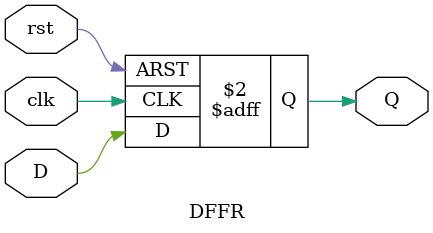
<source format=v>

module DFFR
#(  parameter  DW = 1 )
(    
    input               clk,
    input               rst,
    input      [DW-1:0] D,
    output reg [DW-1:0] Q
);


always@(posedge clk or posedge rst) begin

    if (rst) 
        Q <= 'b0;
    
    else 
        Q <= D;
    
end

endmodule
</source>
